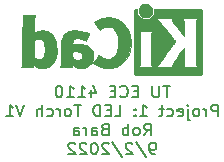
<source format=gbr>
%TF.GenerationSoftware,KiCad,Pcbnew,(6.0.7)*%
%TF.CreationDate,2022-09-02T10:13:45-04:00*%
%TF.ProjectId,proj_1,70726f6a-5f31-42e6-9b69-6361645f7063,V1*%
%TF.SameCoordinates,Original*%
%TF.FileFunction,Legend,Bot*%
%TF.FilePolarity,Positive*%
%FSLAX46Y46*%
G04 Gerber Fmt 4.6, Leading zero omitted, Abs format (unit mm)*
G04 Created by KiCad (PCBNEW (6.0.7)) date 2022-09-02 10:13:45*
%MOMM*%
%LPD*%
G01*
G04 APERTURE LIST*
%ADD10C,0.150000*%
%ADD11C,0.010000*%
G04 APERTURE END LIST*
D10*
X158200952Y-102227380D02*
X157629523Y-102227380D01*
X157915238Y-103227380D02*
X157915238Y-102227380D01*
X157296190Y-102227380D02*
X157296190Y-103036904D01*
X157248571Y-103132142D01*
X157200952Y-103179761D01*
X157105714Y-103227380D01*
X156915238Y-103227380D01*
X156820000Y-103179761D01*
X156772380Y-103132142D01*
X156724761Y-103036904D01*
X156724761Y-102227380D01*
X155486666Y-102703571D02*
X155153333Y-102703571D01*
X155010476Y-103227380D02*
X155486666Y-103227380D01*
X155486666Y-102227380D01*
X155010476Y-102227380D01*
X154010476Y-103132142D02*
X154058095Y-103179761D01*
X154200952Y-103227380D01*
X154296190Y-103227380D01*
X154439047Y-103179761D01*
X154534285Y-103084523D01*
X154581904Y-102989285D01*
X154629523Y-102798809D01*
X154629523Y-102655952D01*
X154581904Y-102465476D01*
X154534285Y-102370238D01*
X154439047Y-102275000D01*
X154296190Y-102227380D01*
X154200952Y-102227380D01*
X154058095Y-102275000D01*
X154010476Y-102322619D01*
X153581904Y-102703571D02*
X153248571Y-102703571D01*
X153105714Y-103227380D02*
X153581904Y-103227380D01*
X153581904Y-102227380D01*
X153105714Y-102227380D01*
X151486666Y-102560714D02*
X151486666Y-103227380D01*
X151724761Y-102179761D02*
X151962857Y-102894047D01*
X151343809Y-102894047D01*
X150439047Y-103227380D02*
X151010476Y-103227380D01*
X150724761Y-103227380D02*
X150724761Y-102227380D01*
X150820000Y-102370238D01*
X150915238Y-102465476D01*
X151010476Y-102513095D01*
X149486666Y-103227380D02*
X150058095Y-103227380D01*
X149772380Y-103227380D02*
X149772380Y-102227380D01*
X149867619Y-102370238D01*
X149962857Y-102465476D01*
X150058095Y-102513095D01*
X148867619Y-102227380D02*
X148772380Y-102227380D01*
X148677142Y-102275000D01*
X148629523Y-102322619D01*
X148581904Y-102417857D01*
X148534285Y-102608333D01*
X148534285Y-102846428D01*
X148581904Y-103036904D01*
X148629523Y-103132142D01*
X148677142Y-103179761D01*
X148772380Y-103227380D01*
X148867619Y-103227380D01*
X148962857Y-103179761D01*
X149010476Y-103132142D01*
X149058095Y-103036904D01*
X149105714Y-102846428D01*
X149105714Y-102608333D01*
X149058095Y-102417857D01*
X149010476Y-102322619D01*
X148962857Y-102275000D01*
X148867619Y-102227380D01*
X162248571Y-104837380D02*
X162248571Y-103837380D01*
X161867619Y-103837380D01*
X161772380Y-103885000D01*
X161724761Y-103932619D01*
X161677142Y-104027857D01*
X161677142Y-104170714D01*
X161724761Y-104265952D01*
X161772380Y-104313571D01*
X161867619Y-104361190D01*
X162248571Y-104361190D01*
X161248571Y-104837380D02*
X161248571Y-104170714D01*
X161248571Y-104361190D02*
X161200952Y-104265952D01*
X161153333Y-104218333D01*
X161058095Y-104170714D01*
X160962857Y-104170714D01*
X160486666Y-104837380D02*
X160581904Y-104789761D01*
X160629523Y-104742142D01*
X160677142Y-104646904D01*
X160677142Y-104361190D01*
X160629523Y-104265952D01*
X160581904Y-104218333D01*
X160486666Y-104170714D01*
X160343809Y-104170714D01*
X160248571Y-104218333D01*
X160200952Y-104265952D01*
X160153333Y-104361190D01*
X160153333Y-104646904D01*
X160200952Y-104742142D01*
X160248571Y-104789761D01*
X160343809Y-104837380D01*
X160486666Y-104837380D01*
X159724761Y-104170714D02*
X159724761Y-105027857D01*
X159772380Y-105123095D01*
X159867619Y-105170714D01*
X159915238Y-105170714D01*
X159724761Y-103837380D02*
X159772380Y-103885000D01*
X159724761Y-103932619D01*
X159677142Y-103885000D01*
X159724761Y-103837380D01*
X159724761Y-103932619D01*
X158867619Y-104789761D02*
X158962857Y-104837380D01*
X159153333Y-104837380D01*
X159248571Y-104789761D01*
X159296190Y-104694523D01*
X159296190Y-104313571D01*
X159248571Y-104218333D01*
X159153333Y-104170714D01*
X158962857Y-104170714D01*
X158867619Y-104218333D01*
X158820000Y-104313571D01*
X158820000Y-104408809D01*
X159296190Y-104504047D01*
X157962857Y-104789761D02*
X158058095Y-104837380D01*
X158248571Y-104837380D01*
X158343809Y-104789761D01*
X158391428Y-104742142D01*
X158439047Y-104646904D01*
X158439047Y-104361190D01*
X158391428Y-104265952D01*
X158343809Y-104218333D01*
X158248571Y-104170714D01*
X158058095Y-104170714D01*
X157962857Y-104218333D01*
X157677142Y-104170714D02*
X157296190Y-104170714D01*
X157534285Y-103837380D02*
X157534285Y-104694523D01*
X157486666Y-104789761D01*
X157391428Y-104837380D01*
X157296190Y-104837380D01*
X155677142Y-104837380D02*
X156248571Y-104837380D01*
X155962857Y-104837380D02*
X155962857Y-103837380D01*
X156058095Y-103980238D01*
X156153333Y-104075476D01*
X156248571Y-104123095D01*
X155248571Y-104742142D02*
X155200952Y-104789761D01*
X155248571Y-104837380D01*
X155296190Y-104789761D01*
X155248571Y-104742142D01*
X155248571Y-104837380D01*
X155248571Y-104218333D02*
X155200952Y-104265952D01*
X155248571Y-104313571D01*
X155296190Y-104265952D01*
X155248571Y-104218333D01*
X155248571Y-104313571D01*
X153534285Y-104837380D02*
X154010476Y-104837380D01*
X154010476Y-103837380D01*
X153200952Y-104313571D02*
X152867619Y-104313571D01*
X152724761Y-104837380D02*
X153200952Y-104837380D01*
X153200952Y-103837380D01*
X152724761Y-103837380D01*
X152296190Y-104837380D02*
X152296190Y-103837380D01*
X152058095Y-103837380D01*
X151915238Y-103885000D01*
X151820000Y-103980238D01*
X151772380Y-104075476D01*
X151724761Y-104265952D01*
X151724761Y-104408809D01*
X151772380Y-104599285D01*
X151820000Y-104694523D01*
X151915238Y-104789761D01*
X152058095Y-104837380D01*
X152296190Y-104837380D01*
X150677142Y-103837380D02*
X150105714Y-103837380D01*
X150391428Y-104837380D02*
X150391428Y-103837380D01*
X149629523Y-104837380D02*
X149724761Y-104789761D01*
X149772380Y-104742142D01*
X149820000Y-104646904D01*
X149820000Y-104361190D01*
X149772380Y-104265952D01*
X149724761Y-104218333D01*
X149629523Y-104170714D01*
X149486666Y-104170714D01*
X149391428Y-104218333D01*
X149343809Y-104265952D01*
X149296190Y-104361190D01*
X149296190Y-104646904D01*
X149343809Y-104742142D01*
X149391428Y-104789761D01*
X149486666Y-104837380D01*
X149629523Y-104837380D01*
X148867619Y-104837380D02*
X148867619Y-104170714D01*
X148867619Y-104361190D02*
X148820000Y-104265952D01*
X148772380Y-104218333D01*
X148677142Y-104170714D01*
X148581904Y-104170714D01*
X147820000Y-104789761D02*
X147915238Y-104837380D01*
X148105714Y-104837380D01*
X148200952Y-104789761D01*
X148248571Y-104742142D01*
X148296190Y-104646904D01*
X148296190Y-104361190D01*
X148248571Y-104265952D01*
X148200952Y-104218333D01*
X148105714Y-104170714D01*
X147915238Y-104170714D01*
X147820000Y-104218333D01*
X147391428Y-104837380D02*
X147391428Y-103837380D01*
X146962857Y-104837380D02*
X146962857Y-104313571D01*
X147010476Y-104218333D01*
X147105714Y-104170714D01*
X147248571Y-104170714D01*
X147343809Y-104218333D01*
X147391428Y-104265952D01*
X145867619Y-103837380D02*
X145534285Y-104837380D01*
X145200952Y-103837380D01*
X144343809Y-104837380D02*
X144915238Y-104837380D01*
X144629523Y-104837380D02*
X144629523Y-103837380D01*
X144724761Y-103980238D01*
X144820000Y-104075476D01*
X144915238Y-104123095D01*
X156010476Y-106447380D02*
X156343809Y-105971190D01*
X156581904Y-106447380D02*
X156581904Y-105447380D01*
X156200952Y-105447380D01*
X156105714Y-105495000D01*
X156058095Y-105542619D01*
X156010476Y-105637857D01*
X156010476Y-105780714D01*
X156058095Y-105875952D01*
X156105714Y-105923571D01*
X156200952Y-105971190D01*
X156581904Y-105971190D01*
X155439047Y-106447380D02*
X155534285Y-106399761D01*
X155581904Y-106352142D01*
X155629523Y-106256904D01*
X155629523Y-105971190D01*
X155581904Y-105875952D01*
X155534285Y-105828333D01*
X155439047Y-105780714D01*
X155296190Y-105780714D01*
X155200952Y-105828333D01*
X155153333Y-105875952D01*
X155105714Y-105971190D01*
X155105714Y-106256904D01*
X155153333Y-106352142D01*
X155200952Y-106399761D01*
X155296190Y-106447380D01*
X155439047Y-106447380D01*
X154677142Y-106447380D02*
X154677142Y-105447380D01*
X154677142Y-105828333D02*
X154581904Y-105780714D01*
X154391428Y-105780714D01*
X154296190Y-105828333D01*
X154248571Y-105875952D01*
X154200952Y-105971190D01*
X154200952Y-106256904D01*
X154248571Y-106352142D01*
X154296190Y-106399761D01*
X154391428Y-106447380D01*
X154581904Y-106447380D01*
X154677142Y-106399761D01*
X152677142Y-105923571D02*
X152534285Y-105971190D01*
X152486666Y-106018809D01*
X152439047Y-106114047D01*
X152439047Y-106256904D01*
X152486666Y-106352142D01*
X152534285Y-106399761D01*
X152629523Y-106447380D01*
X153010476Y-106447380D01*
X153010476Y-105447380D01*
X152677142Y-105447380D01*
X152581904Y-105495000D01*
X152534285Y-105542619D01*
X152486666Y-105637857D01*
X152486666Y-105733095D01*
X152534285Y-105828333D01*
X152581904Y-105875952D01*
X152677142Y-105923571D01*
X153010476Y-105923571D01*
X151581904Y-106447380D02*
X151581904Y-105923571D01*
X151629523Y-105828333D01*
X151724761Y-105780714D01*
X151915238Y-105780714D01*
X152010476Y-105828333D01*
X151581904Y-106399761D02*
X151677142Y-106447380D01*
X151915238Y-106447380D01*
X152010476Y-106399761D01*
X152058095Y-106304523D01*
X152058095Y-106209285D01*
X152010476Y-106114047D01*
X151915238Y-106066428D01*
X151677142Y-106066428D01*
X151581904Y-106018809D01*
X151105714Y-106447380D02*
X151105714Y-105780714D01*
X151105714Y-105971190D02*
X151058095Y-105875952D01*
X151010476Y-105828333D01*
X150915238Y-105780714D01*
X150820000Y-105780714D01*
X150058095Y-106447380D02*
X150058095Y-105923571D01*
X150105714Y-105828333D01*
X150200952Y-105780714D01*
X150391428Y-105780714D01*
X150486666Y-105828333D01*
X150058095Y-106399761D02*
X150153333Y-106447380D01*
X150391428Y-106447380D01*
X150486666Y-106399761D01*
X150534285Y-106304523D01*
X150534285Y-106209285D01*
X150486666Y-106114047D01*
X150391428Y-106066428D01*
X150153333Y-106066428D01*
X150058095Y-106018809D01*
X156939047Y-108057380D02*
X156748571Y-108057380D01*
X156653333Y-108009761D01*
X156605714Y-107962142D01*
X156510476Y-107819285D01*
X156462857Y-107628809D01*
X156462857Y-107247857D01*
X156510476Y-107152619D01*
X156558095Y-107105000D01*
X156653333Y-107057380D01*
X156843809Y-107057380D01*
X156939047Y-107105000D01*
X156986666Y-107152619D01*
X157034285Y-107247857D01*
X157034285Y-107485952D01*
X156986666Y-107581190D01*
X156939047Y-107628809D01*
X156843809Y-107676428D01*
X156653333Y-107676428D01*
X156558095Y-107628809D01*
X156510476Y-107581190D01*
X156462857Y-107485952D01*
X155320000Y-107009761D02*
X156177142Y-108295476D01*
X155034285Y-107152619D02*
X154986666Y-107105000D01*
X154891428Y-107057380D01*
X154653333Y-107057380D01*
X154558095Y-107105000D01*
X154510476Y-107152619D01*
X154462857Y-107247857D01*
X154462857Y-107343095D01*
X154510476Y-107485952D01*
X155081904Y-108057380D01*
X154462857Y-108057380D01*
X153320000Y-107009761D02*
X154177142Y-108295476D01*
X153034285Y-107152619D02*
X152986666Y-107105000D01*
X152891428Y-107057380D01*
X152653333Y-107057380D01*
X152558095Y-107105000D01*
X152510476Y-107152619D01*
X152462857Y-107247857D01*
X152462857Y-107343095D01*
X152510476Y-107485952D01*
X153081904Y-108057380D01*
X152462857Y-108057380D01*
X151843809Y-107057380D02*
X151748571Y-107057380D01*
X151653333Y-107105000D01*
X151605714Y-107152619D01*
X151558095Y-107247857D01*
X151510476Y-107438333D01*
X151510476Y-107676428D01*
X151558095Y-107866904D01*
X151605714Y-107962142D01*
X151653333Y-108009761D01*
X151748571Y-108057380D01*
X151843809Y-108057380D01*
X151939047Y-108009761D01*
X151986666Y-107962142D01*
X152034285Y-107866904D01*
X152081904Y-107676428D01*
X152081904Y-107438333D01*
X152034285Y-107247857D01*
X151986666Y-107152619D01*
X151939047Y-107105000D01*
X151843809Y-107057380D01*
X151129523Y-107152619D02*
X151081904Y-107105000D01*
X150986666Y-107057380D01*
X150748571Y-107057380D01*
X150653333Y-107105000D01*
X150605714Y-107152619D01*
X150558095Y-107247857D01*
X150558095Y-107343095D01*
X150605714Y-107485952D01*
X151177142Y-108057380D01*
X150558095Y-108057380D01*
X150177142Y-107152619D02*
X150129523Y-107105000D01*
X150034285Y-107057380D01*
X149796190Y-107057380D01*
X149700952Y-107105000D01*
X149653333Y-107152619D01*
X149605714Y-107247857D01*
X149605714Y-107343095D01*
X149653333Y-107485952D01*
X150224761Y-108057380D01*
X149605714Y-108057380D01*
%TO.C,REF\u002A\u002A*%
G36*
X153098847Y-96448078D02*
G01*
X153283348Y-96465015D01*
X153454749Y-96499174D01*
X153619427Y-96551991D01*
X153783756Y-96624905D01*
X153946424Y-96718001D01*
X154120999Y-96844914D01*
X154282888Y-96991650D01*
X154428528Y-97154576D01*
X154554352Y-97330059D01*
X154656797Y-97514468D01*
X154666096Y-97534196D01*
X154743973Y-97724613D01*
X154803148Y-97922477D01*
X154844387Y-98131570D01*
X154868452Y-98355670D01*
X154876111Y-98598559D01*
X154866799Y-98849643D01*
X154837244Y-99096912D01*
X154786987Y-99328383D01*
X154715577Y-99545699D01*
X154622566Y-99750502D01*
X154507504Y-99944433D01*
X154399422Y-100092594D01*
X154250184Y-100259300D01*
X154087521Y-100402089D01*
X153911505Y-100520914D01*
X153722207Y-100615729D01*
X153519697Y-100686487D01*
X153304048Y-100733142D01*
X153301587Y-100733505D01*
X153260058Y-100737149D01*
X153197388Y-100739852D01*
X153119373Y-100741487D01*
X153031808Y-100741930D01*
X152940487Y-100741052D01*
X152876484Y-100739767D01*
X152781523Y-100736790D01*
X152705428Y-100732528D01*
X152642712Y-100726526D01*
X152587885Y-100718329D01*
X152535460Y-100707482D01*
X152476477Y-100693465D01*
X152414940Y-100677503D01*
X152359286Y-100660758D01*
X152304463Y-100641268D01*
X152245422Y-100617073D01*
X152177111Y-100586210D01*
X152094478Y-100546719D01*
X151992473Y-100496639D01*
X151710352Y-100357215D01*
X151936313Y-99986067D01*
X151965896Y-99937490D01*
X152019043Y-99850289D01*
X152066614Y-99772331D01*
X152106868Y-99706458D01*
X152138068Y-99655516D01*
X152158476Y-99622347D01*
X152166352Y-99609795D01*
X152168542Y-99610170D01*
X152186188Y-99622454D01*
X152217189Y-99647947D01*
X152256647Y-99682694D01*
X152326920Y-99742729D01*
X152452371Y-99831506D01*
X152574089Y-99893394D01*
X152662045Y-99924300D01*
X152810817Y-99955885D01*
X152956989Y-99961484D01*
X153098443Y-99941477D01*
X153233058Y-99896246D01*
X153358714Y-99826173D01*
X153473293Y-99731639D01*
X153537049Y-99662011D01*
X153626867Y-99533224D01*
X153700567Y-99383773D01*
X153758501Y-99212892D01*
X153801021Y-99019817D01*
X153802951Y-99007831D01*
X153811863Y-98930143D01*
X153818497Y-98833617D01*
X153822800Y-98724849D01*
X153824719Y-98610434D01*
X153824198Y-98496968D01*
X153821185Y-98391046D01*
X153815626Y-98299263D01*
X153807467Y-98228217D01*
X153776194Y-98067280D01*
X153723574Y-97879286D01*
X153657395Y-97714700D01*
X153577747Y-97573649D01*
X153484717Y-97456260D01*
X153378394Y-97362663D01*
X153258867Y-97292982D01*
X153126224Y-97247347D01*
X153096795Y-97241683D01*
X153023044Y-97234288D01*
X152936856Y-97231874D01*
X152847884Y-97234308D01*
X152765786Y-97241460D01*
X152700217Y-97253195D01*
X152590986Y-97290561D01*
X152464227Y-97358778D01*
X152351358Y-97448550D01*
X152331437Y-97467461D01*
X152295340Y-97500918D01*
X152269829Y-97523438D01*
X152259464Y-97530928D01*
X152256913Y-97527346D01*
X152241206Y-97504723D01*
X152212832Y-97463647D01*
X152173664Y-97406836D01*
X152125578Y-97337012D01*
X152070448Y-97256893D01*
X152010149Y-97169201D01*
X151763514Y-96810402D01*
X151818611Y-96793895D01*
X151824360Y-96792024D01*
X151861785Y-96777166D01*
X151915744Y-96753208D01*
X151979902Y-96723031D01*
X152047929Y-96689517D01*
X152077572Y-96674700D01*
X152242176Y-96598201D01*
X152393890Y-96539045D01*
X152538548Y-96495718D01*
X152681986Y-96466707D01*
X152830038Y-96450499D01*
X152988541Y-96445580D01*
X153098847Y-96448078D01*
G37*
D11*
X153098847Y-96448078D02*
X153283348Y-96465015D01*
X153454749Y-96499174D01*
X153619427Y-96551991D01*
X153783756Y-96624905D01*
X153946424Y-96718001D01*
X154120999Y-96844914D01*
X154282888Y-96991650D01*
X154428528Y-97154576D01*
X154554352Y-97330059D01*
X154656797Y-97514468D01*
X154666096Y-97534196D01*
X154743973Y-97724613D01*
X154803148Y-97922477D01*
X154844387Y-98131570D01*
X154868452Y-98355670D01*
X154876111Y-98598559D01*
X154866799Y-98849643D01*
X154837244Y-99096912D01*
X154786987Y-99328383D01*
X154715577Y-99545699D01*
X154622566Y-99750502D01*
X154507504Y-99944433D01*
X154399422Y-100092594D01*
X154250184Y-100259300D01*
X154087521Y-100402089D01*
X153911505Y-100520914D01*
X153722207Y-100615729D01*
X153519697Y-100686487D01*
X153304048Y-100733142D01*
X153301587Y-100733505D01*
X153260058Y-100737149D01*
X153197388Y-100739852D01*
X153119373Y-100741487D01*
X153031808Y-100741930D01*
X152940487Y-100741052D01*
X152876484Y-100739767D01*
X152781523Y-100736790D01*
X152705428Y-100732528D01*
X152642712Y-100726526D01*
X152587885Y-100718329D01*
X152535460Y-100707482D01*
X152476477Y-100693465D01*
X152414940Y-100677503D01*
X152359286Y-100660758D01*
X152304463Y-100641268D01*
X152245422Y-100617073D01*
X152177111Y-100586210D01*
X152094478Y-100546719D01*
X151992473Y-100496639D01*
X151710352Y-100357215D01*
X151936313Y-99986067D01*
X151965896Y-99937490D01*
X152019043Y-99850289D01*
X152066614Y-99772331D01*
X152106868Y-99706458D01*
X152138068Y-99655516D01*
X152158476Y-99622347D01*
X152166352Y-99609795D01*
X152168542Y-99610170D01*
X152186188Y-99622454D01*
X152217189Y-99647947D01*
X152256647Y-99682694D01*
X152326920Y-99742729D01*
X152452371Y-99831506D01*
X152574089Y-99893394D01*
X152662045Y-99924300D01*
X152810817Y-99955885D01*
X152956989Y-99961484D01*
X153098443Y-99941477D01*
X153233058Y-99896246D01*
X153358714Y-99826173D01*
X153473293Y-99731639D01*
X153537049Y-99662011D01*
X153626867Y-99533224D01*
X153700567Y-99383773D01*
X153758501Y-99212892D01*
X153801021Y-99019817D01*
X153802951Y-99007831D01*
X153811863Y-98930143D01*
X153818497Y-98833617D01*
X153822800Y-98724849D01*
X153824719Y-98610434D01*
X153824198Y-98496968D01*
X153821185Y-98391046D01*
X153815626Y-98299263D01*
X153807467Y-98228217D01*
X153776194Y-98067280D01*
X153723574Y-97879286D01*
X153657395Y-97714700D01*
X153577747Y-97573649D01*
X153484717Y-97456260D01*
X153378394Y-97362663D01*
X153258867Y-97292982D01*
X153126224Y-97247347D01*
X153096795Y-97241683D01*
X153023044Y-97234288D01*
X152936856Y-97231874D01*
X152847884Y-97234308D01*
X152765786Y-97241460D01*
X152700217Y-97253195D01*
X152590986Y-97290561D01*
X152464227Y-97358778D01*
X152351358Y-97448550D01*
X152331437Y-97467461D01*
X152295340Y-97500918D01*
X152269829Y-97523438D01*
X152259464Y-97530928D01*
X152256913Y-97527346D01*
X152241206Y-97504723D01*
X152212832Y-97463647D01*
X152173664Y-97406836D01*
X152125578Y-97337012D01*
X152070448Y-97256893D01*
X152010149Y-97169201D01*
X151763514Y-96810402D01*
X151818611Y-96793895D01*
X151824360Y-96792024D01*
X151861785Y-96777166D01*
X151915744Y-96753208D01*
X151979902Y-96723031D01*
X152047929Y-96689517D01*
X152077572Y-96674700D01*
X152242176Y-96598201D01*
X152393890Y-96539045D01*
X152538548Y-96495718D01*
X152681986Y-96466707D01*
X152830038Y-96450499D01*
X152988541Y-96445580D01*
X153098847Y-96448078D01*
G36*
X156211012Y-95316581D02*
G01*
X156316536Y-95342436D01*
X156416560Y-95388841D01*
X156507934Y-95455803D01*
X156587505Y-95543328D01*
X156652120Y-95651426D01*
X156669443Y-95689506D01*
X156683477Y-95728103D01*
X156691352Y-95766689D01*
X156694803Y-95814415D01*
X156695568Y-95880433D01*
X156695105Y-95935381D01*
X156692319Y-95985880D01*
X156685487Y-96025280D01*
X156672904Y-96062628D01*
X156652864Y-96106973D01*
X156647066Y-96118791D01*
X156578545Y-96227001D01*
X156492365Y-96316033D01*
X156390972Y-96383797D01*
X156276811Y-96428206D01*
X156218234Y-96440598D01*
X156099399Y-96446397D01*
X155984300Y-96427634D01*
X155876312Y-96386232D01*
X155778809Y-96324115D01*
X155695168Y-96243207D01*
X155628763Y-96145432D01*
X155582969Y-96032714D01*
X155566214Y-95940471D01*
X155564705Y-95838677D01*
X155578332Y-95739660D01*
X155606445Y-95653892D01*
X155638930Y-95592573D01*
X155711247Y-95495288D01*
X155796978Y-95418507D01*
X155892973Y-95362238D01*
X155996079Y-95326490D01*
X156103142Y-95311268D01*
X156211012Y-95316581D01*
G37*
X156211012Y-95316581D02*
X156316536Y-95342436D01*
X156416560Y-95388841D01*
X156507934Y-95455803D01*
X156587505Y-95543328D01*
X156652120Y-95651426D01*
X156669443Y-95689506D01*
X156683477Y-95728103D01*
X156691352Y-95766689D01*
X156694803Y-95814415D01*
X156695568Y-95880433D01*
X156695105Y-95935381D01*
X156692319Y-95985880D01*
X156685487Y-96025280D01*
X156672904Y-96062628D01*
X156652864Y-96106973D01*
X156647066Y-96118791D01*
X156578545Y-96227001D01*
X156492365Y-96316033D01*
X156390972Y-96383797D01*
X156276811Y-96428206D01*
X156218234Y-96440598D01*
X156099399Y-96446397D01*
X155984300Y-96427634D01*
X155876312Y-96386232D01*
X155778809Y-96324115D01*
X155695168Y-96243207D01*
X155628763Y-96145432D01*
X155582969Y-96032714D01*
X155566214Y-95940471D01*
X155564705Y-95838677D01*
X155578332Y-95739660D01*
X155606445Y-95653892D01*
X155638930Y-95592573D01*
X155711247Y-95495288D01*
X155796978Y-95418507D01*
X155892973Y-95362238D01*
X155996079Y-95326490D01*
X156103142Y-95311268D01*
X156211012Y-95316581D01*
G36*
X160926532Y-100826310D02*
G01*
X160924777Y-100918024D01*
X160922646Y-100996117D01*
X160920102Y-101061724D01*
X160917111Y-101115981D01*
X160913635Y-101160023D01*
X160909640Y-101194985D01*
X160905089Y-101222003D01*
X160899947Y-101242212D01*
X160894179Y-101256747D01*
X160887748Y-101266744D01*
X160880619Y-101273338D01*
X160872755Y-101277665D01*
X160864122Y-101280859D01*
X160854684Y-101284056D01*
X160844404Y-101288391D01*
X160838620Y-101290563D01*
X160828010Y-101292936D01*
X160812245Y-101295110D01*
X160790210Y-101297093D01*
X160760790Y-101298896D01*
X160722869Y-101300525D01*
X160675332Y-101301991D01*
X160617064Y-101303301D01*
X160546950Y-101304465D01*
X160463874Y-101305491D01*
X160366721Y-101306388D01*
X160254376Y-101307165D01*
X160125725Y-101307830D01*
X159979650Y-101308392D01*
X159815038Y-101308860D01*
X159630773Y-101309242D01*
X159425740Y-101309548D01*
X159198824Y-101309785D01*
X158948909Y-101309963D01*
X158674881Y-101310091D01*
X158375623Y-101310176D01*
X158050021Y-101310228D01*
X157946839Y-101310238D01*
X157628303Y-101310245D01*
X157335787Y-101310205D01*
X157068188Y-101310110D01*
X156824404Y-101309953D01*
X156603332Y-101309725D01*
X156403872Y-101309419D01*
X156224921Y-101309025D01*
X156065376Y-101308538D01*
X155924136Y-101307947D01*
X155800099Y-101307247D01*
X155692163Y-101306427D01*
X155599226Y-101305481D01*
X155520185Y-101304400D01*
X155453939Y-101303177D01*
X155399385Y-101301803D01*
X155355422Y-101300271D01*
X155320947Y-101298572D01*
X155294859Y-101296698D01*
X155276056Y-101294642D01*
X155263435Y-101292396D01*
X155255894Y-101289950D01*
X155253495Y-101288862D01*
X155243673Y-101285287D01*
X155234666Y-101282676D01*
X155226437Y-101279893D01*
X155218950Y-101275800D01*
X155212168Y-101269260D01*
X155206055Y-101259137D01*
X155200575Y-101244293D01*
X155195690Y-101223591D01*
X155191364Y-101195895D01*
X155187561Y-101160068D01*
X155184244Y-101114973D01*
X155181376Y-101059472D01*
X155178922Y-100992429D01*
X155176844Y-100912707D01*
X155175107Y-100819170D01*
X155173673Y-100710679D01*
X155173202Y-100660440D01*
X155535255Y-100660440D01*
X155535652Y-100665251D01*
X155542935Y-100669150D01*
X155559389Y-100672232D01*
X155587301Y-100674594D01*
X155628957Y-100676330D01*
X155686642Y-100677536D01*
X155762642Y-100678308D01*
X155859244Y-100678741D01*
X155978734Y-100678931D01*
X156123396Y-100678973D01*
X156729373Y-100678973D01*
X156678146Y-100586298D01*
X156626919Y-100493622D01*
X156626919Y-97802595D01*
X156678146Y-97709919D01*
X156729373Y-97617244D01*
X155646211Y-97617244D01*
X155638379Y-100466162D01*
X155599981Y-100548168D01*
X155579736Y-100588815D01*
X155556813Y-100629532D01*
X155539501Y-100654574D01*
X155539458Y-100654622D01*
X155535255Y-100660440D01*
X155173202Y-100660440D01*
X155172506Y-100586098D01*
X155171570Y-100444290D01*
X155170828Y-100284119D01*
X155170243Y-100104447D01*
X155169779Y-99904137D01*
X155169400Y-99682052D01*
X155169069Y-99437056D01*
X155168749Y-99168012D01*
X155168404Y-98873782D01*
X155167998Y-98553230D01*
X155167945Y-98514424D01*
X155167492Y-98195903D01*
X155167059Y-97903572D01*
X155166677Y-97636293D01*
X155166380Y-97392929D01*
X155166198Y-97172342D01*
X155166165Y-96973395D01*
X155166311Y-96794950D01*
X155166670Y-96635871D01*
X155167274Y-96495019D01*
X155168154Y-96371257D01*
X155169342Y-96263447D01*
X155170871Y-96170453D01*
X155172772Y-96091137D01*
X155175078Y-96024360D01*
X155177821Y-95968987D01*
X155181032Y-95923879D01*
X155184745Y-95887899D01*
X155188990Y-95859909D01*
X155193801Y-95838772D01*
X155199208Y-95823351D01*
X155205245Y-95812508D01*
X155211943Y-95805106D01*
X155219335Y-95800007D01*
X155227451Y-95796073D01*
X155236325Y-95792168D01*
X155245989Y-95787154D01*
X155248817Y-95785556D01*
X155291604Y-95770089D01*
X155338443Y-95763732D01*
X155391244Y-95763734D01*
X155392124Y-95883867D01*
X155392347Y-95897692D01*
X155409129Y-96038215D01*
X155451873Y-96170435D01*
X155519983Y-96292952D01*
X155612868Y-96404363D01*
X155662712Y-96449803D01*
X155773695Y-96525120D01*
X155894788Y-96577643D01*
X156022465Y-96607342D01*
X156153197Y-96614190D01*
X156283460Y-96598159D01*
X156409725Y-96559221D01*
X156513522Y-96505135D01*
X156972907Y-96505135D01*
X157033319Y-96548599D01*
X157084410Y-96589448D01*
X157156403Y-96656076D01*
X157238060Y-96739580D01*
X157326290Y-96836778D01*
X157418000Y-96944487D01*
X157441617Y-96973290D01*
X157481827Y-97022692D01*
X157534387Y-97087505D01*
X157597556Y-97165566D01*
X157669592Y-97254711D01*
X157748754Y-97352778D01*
X157833302Y-97457604D01*
X157921493Y-97567024D01*
X157961944Y-97617244D01*
X158011586Y-97678876D01*
X158101840Y-97790997D01*
X158190515Y-97901224D01*
X158275868Y-98007392D01*
X158356158Y-98107340D01*
X158429644Y-98198903D01*
X158494585Y-98279919D01*
X158549240Y-98348224D01*
X158591866Y-98401655D01*
X158620724Y-98438048D01*
X158634071Y-98455242D01*
X158635173Y-98461703D01*
X158631508Y-98473992D01*
X158622013Y-98493325D01*
X158605738Y-98521074D01*
X158581736Y-98558610D01*
X158549060Y-98607304D01*
X158506761Y-98668529D01*
X158453891Y-98743654D01*
X158389503Y-98834052D01*
X158312648Y-98941094D01*
X158222380Y-99066152D01*
X158117749Y-99210596D01*
X157997809Y-99375798D01*
X157902242Y-99507297D01*
X157785648Y-99667605D01*
X157683088Y-99808387D01*
X157593369Y-99931204D01*
X157515300Y-100037619D01*
X157447688Y-100129195D01*
X157389338Y-100207494D01*
X157339060Y-100274079D01*
X157295661Y-100330511D01*
X157257946Y-100378354D01*
X157224725Y-100419169D01*
X157194803Y-100454520D01*
X157166989Y-100485968D01*
X157140090Y-100515076D01*
X157112913Y-100543406D01*
X157084265Y-100572522D01*
X156978692Y-100678973D01*
X158398054Y-100679031D01*
X158393595Y-100593019D01*
X158393379Y-100588697D01*
X158392532Y-100554313D01*
X158394137Y-100521368D01*
X158399266Y-100488058D01*
X158408993Y-100452578D01*
X158424391Y-100413125D01*
X158446534Y-100367893D01*
X158476495Y-100315077D01*
X158515348Y-100252874D01*
X158564166Y-100179477D01*
X158624022Y-100093084D01*
X158695990Y-99991890D01*
X158781143Y-99874088D01*
X158880554Y-99737876D01*
X158995298Y-99581449D01*
X159400325Y-99030041D01*
X159403893Y-99669382D01*
X159404209Y-99729020D01*
X159404767Y-99889657D01*
X159404513Y-100026289D01*
X159403150Y-100141502D01*
X159400377Y-100237883D01*
X159395898Y-100318016D01*
X159389413Y-100384487D01*
X159380623Y-100439883D01*
X159369230Y-100486788D01*
X159354935Y-100527788D01*
X159337440Y-100565469D01*
X159316447Y-100602417D01*
X159291655Y-100641217D01*
X159266734Y-100678973D01*
X160561884Y-100678973D01*
X160528429Y-100634352D01*
X160523190Y-100627293D01*
X160481302Y-100562594D01*
X160452427Y-100497190D01*
X160433466Y-100422248D01*
X160421321Y-100328933D01*
X160420987Y-100324865D01*
X160419225Y-100286375D01*
X160417633Y-100222156D01*
X160416220Y-100133676D01*
X160414992Y-100022403D01*
X160413956Y-99889803D01*
X160413118Y-99737345D01*
X160412486Y-99566496D01*
X160412067Y-99378722D01*
X160411868Y-99175493D01*
X160411895Y-98958274D01*
X160412155Y-98728535D01*
X160412655Y-98487741D01*
X160413185Y-98271748D01*
X160413752Y-98036635D01*
X160414311Y-97826279D01*
X160414930Y-97639206D01*
X160415681Y-97473942D01*
X160416634Y-97329013D01*
X160417858Y-97202947D01*
X160419423Y-97094268D01*
X160421401Y-97001504D01*
X160423860Y-96923180D01*
X160426871Y-96857822D01*
X160430504Y-96803958D01*
X160434829Y-96760113D01*
X160439916Y-96724813D01*
X160445835Y-96696585D01*
X160452657Y-96673955D01*
X160460451Y-96655449D01*
X160469288Y-96639594D01*
X160479237Y-96624915D01*
X160490369Y-96609940D01*
X160502754Y-96593193D01*
X160514732Y-96576412D01*
X160537885Y-96543231D01*
X160551753Y-96522298D01*
X160552088Y-96521421D01*
X160547246Y-96517462D01*
X160530157Y-96514159D01*
X160498921Y-96511461D01*
X160451635Y-96509317D01*
X160386398Y-96507676D01*
X160301310Y-96506489D01*
X160194467Y-96505703D01*
X160063969Y-96505269D01*
X159907914Y-96505135D01*
X159253722Y-96505135D01*
X159288200Y-96546110D01*
X159308182Y-96574253D01*
X159341443Y-96640608D01*
X159370591Y-96723135D01*
X159392838Y-96814679D01*
X159394256Y-96823369D01*
X159398474Y-96869183D01*
X159401669Y-96939989D01*
X159403849Y-97036275D01*
X159405021Y-97158532D01*
X159405195Y-97307251D01*
X159404378Y-97482922D01*
X159400325Y-98069412D01*
X158981568Y-97539859D01*
X158969574Y-97524690D01*
X158863381Y-97390255D01*
X158772721Y-97275124D01*
X158696151Y-97177339D01*
X158632227Y-97094943D01*
X158579507Y-97025978D01*
X158536549Y-96968486D01*
X158501909Y-96920510D01*
X158474145Y-96880093D01*
X158451814Y-96845276D01*
X158433472Y-96814103D01*
X158417678Y-96784615D01*
X158402988Y-96754855D01*
X158380390Y-96702177D01*
X158365791Y-96646606D01*
X158361908Y-96586666D01*
X158362298Y-96505135D01*
X156972907Y-96505135D01*
X156513522Y-96505135D01*
X156528466Y-96497348D01*
X156636157Y-96412511D01*
X156666094Y-96382602D01*
X156754577Y-96271862D01*
X156817364Y-96151684D01*
X156854789Y-96021291D01*
X156867189Y-95879910D01*
X156867189Y-95763730D01*
X158838088Y-95763730D01*
X158961220Y-95763725D01*
X159225743Y-95763689D01*
X159464702Y-95763663D01*
X159679418Y-95763699D01*
X159871213Y-95763849D01*
X160041407Y-95764166D01*
X160191323Y-95764702D01*
X160322282Y-95765508D01*
X160435605Y-95766638D01*
X160532614Y-95768144D01*
X160614629Y-95770077D01*
X160682974Y-95772491D01*
X160738968Y-95775436D01*
X160783933Y-95778966D01*
X160819191Y-95783133D01*
X160846063Y-95787989D01*
X160865871Y-95793586D01*
X160879935Y-95799976D01*
X160889578Y-95807212D01*
X160896121Y-95815346D01*
X160900885Y-95824431D01*
X160905192Y-95834518D01*
X160910363Y-95845659D01*
X160910455Y-95845841D01*
X160912966Y-95853134D01*
X160915268Y-95865347D01*
X160917372Y-95883605D01*
X160919286Y-95909037D01*
X160921018Y-95942769D01*
X160922578Y-95985928D01*
X160923973Y-96039641D01*
X160925213Y-96105035D01*
X160926307Y-96183238D01*
X160927263Y-96275376D01*
X160928090Y-96382576D01*
X160928797Y-96505966D01*
X160929393Y-96646671D01*
X160929885Y-96805820D01*
X160930284Y-96984540D01*
X160930597Y-97183957D01*
X160930833Y-97405198D01*
X160931002Y-97649390D01*
X160931112Y-97917661D01*
X160931172Y-98211137D01*
X160931189Y-98530946D01*
X160931190Y-98593773D01*
X160931220Y-98910249D01*
X160931267Y-99200615D01*
X160931295Y-99466007D01*
X160931267Y-99707560D01*
X160931150Y-99926410D01*
X160930905Y-100123691D01*
X160930498Y-100300539D01*
X160929893Y-100458090D01*
X160929054Y-100597479D01*
X160928315Y-100678973D01*
X160927945Y-100719840D01*
X160926532Y-100826310D01*
G37*
X160926532Y-100826310D02*
X160924777Y-100918024D01*
X160922646Y-100996117D01*
X160920102Y-101061724D01*
X160917111Y-101115981D01*
X160913635Y-101160023D01*
X160909640Y-101194985D01*
X160905089Y-101222003D01*
X160899947Y-101242212D01*
X160894179Y-101256747D01*
X160887748Y-101266744D01*
X160880619Y-101273338D01*
X160872755Y-101277665D01*
X160864122Y-101280859D01*
X160854684Y-101284056D01*
X160844404Y-101288391D01*
X160838620Y-101290563D01*
X160828010Y-101292936D01*
X160812245Y-101295110D01*
X160790210Y-101297093D01*
X160760790Y-101298896D01*
X160722869Y-101300525D01*
X160675332Y-101301991D01*
X160617064Y-101303301D01*
X160546950Y-101304465D01*
X160463874Y-101305491D01*
X160366721Y-101306388D01*
X160254376Y-101307165D01*
X160125725Y-101307830D01*
X159979650Y-101308392D01*
X159815038Y-101308860D01*
X159630773Y-101309242D01*
X159425740Y-101309548D01*
X159198824Y-101309785D01*
X158948909Y-101309963D01*
X158674881Y-101310091D01*
X158375623Y-101310176D01*
X158050021Y-101310228D01*
X157946839Y-101310238D01*
X157628303Y-101310245D01*
X157335787Y-101310205D01*
X157068188Y-101310110D01*
X156824404Y-101309953D01*
X156603332Y-101309725D01*
X156403872Y-101309419D01*
X156224921Y-101309025D01*
X156065376Y-101308538D01*
X155924136Y-101307947D01*
X155800099Y-101307247D01*
X155692163Y-101306427D01*
X155599226Y-101305481D01*
X155520185Y-101304400D01*
X155453939Y-101303177D01*
X155399385Y-101301803D01*
X155355422Y-101300271D01*
X155320947Y-101298572D01*
X155294859Y-101296698D01*
X155276056Y-101294642D01*
X155263435Y-101292396D01*
X155255894Y-101289950D01*
X155253495Y-101288862D01*
X155243673Y-101285287D01*
X155234666Y-101282676D01*
X155226437Y-101279893D01*
X155218950Y-101275800D01*
X155212168Y-101269260D01*
X155206055Y-101259137D01*
X155200575Y-101244293D01*
X155195690Y-101223591D01*
X155191364Y-101195895D01*
X155187561Y-101160068D01*
X155184244Y-101114973D01*
X155181376Y-101059472D01*
X155178922Y-100992429D01*
X155176844Y-100912707D01*
X155175107Y-100819170D01*
X155173673Y-100710679D01*
X155173202Y-100660440D01*
X155535255Y-100660440D01*
X155535652Y-100665251D01*
X155542935Y-100669150D01*
X155559389Y-100672232D01*
X155587301Y-100674594D01*
X155628957Y-100676330D01*
X155686642Y-100677536D01*
X155762642Y-100678308D01*
X155859244Y-100678741D01*
X155978734Y-100678931D01*
X156123396Y-100678973D01*
X156729373Y-100678973D01*
X156678146Y-100586298D01*
X156626919Y-100493622D01*
X156626919Y-97802595D01*
X156678146Y-97709919D01*
X156729373Y-97617244D01*
X155646211Y-97617244D01*
X155638379Y-100466162D01*
X155599981Y-100548168D01*
X155579736Y-100588815D01*
X155556813Y-100629532D01*
X155539501Y-100654574D01*
X155539458Y-100654622D01*
X155535255Y-100660440D01*
X155173202Y-100660440D01*
X155172506Y-100586098D01*
X155171570Y-100444290D01*
X155170828Y-100284119D01*
X155170243Y-100104447D01*
X155169779Y-99904137D01*
X155169400Y-99682052D01*
X155169069Y-99437056D01*
X155168749Y-99168012D01*
X155168404Y-98873782D01*
X155167998Y-98553230D01*
X155167945Y-98514424D01*
X155167492Y-98195903D01*
X155167059Y-97903572D01*
X155166677Y-97636293D01*
X155166380Y-97392929D01*
X155166198Y-97172342D01*
X155166165Y-96973395D01*
X155166311Y-96794950D01*
X155166670Y-96635871D01*
X155167274Y-96495019D01*
X155168154Y-96371257D01*
X155169342Y-96263447D01*
X155170871Y-96170453D01*
X155172772Y-96091137D01*
X155175078Y-96024360D01*
X155177821Y-95968987D01*
X155181032Y-95923879D01*
X155184745Y-95887899D01*
X155188990Y-95859909D01*
X155193801Y-95838772D01*
X155199208Y-95823351D01*
X155205245Y-95812508D01*
X155211943Y-95805106D01*
X155219335Y-95800007D01*
X155227451Y-95796073D01*
X155236325Y-95792168D01*
X155245989Y-95787154D01*
X155248817Y-95785556D01*
X155291604Y-95770089D01*
X155338443Y-95763732D01*
X155391244Y-95763734D01*
X155392124Y-95883867D01*
X155392347Y-95897692D01*
X155409129Y-96038215D01*
X155451873Y-96170435D01*
X155519983Y-96292952D01*
X155612868Y-96404363D01*
X155662712Y-96449803D01*
X155773695Y-96525120D01*
X155894788Y-96577643D01*
X156022465Y-96607342D01*
X156153197Y-96614190D01*
X156283460Y-96598159D01*
X156409725Y-96559221D01*
X156513522Y-96505135D01*
X156972907Y-96505135D01*
X157033319Y-96548599D01*
X157084410Y-96589448D01*
X157156403Y-96656076D01*
X157238060Y-96739580D01*
X157326290Y-96836778D01*
X157418000Y-96944487D01*
X157441617Y-96973290D01*
X157481827Y-97022692D01*
X157534387Y-97087505D01*
X157597556Y-97165566D01*
X157669592Y-97254711D01*
X157748754Y-97352778D01*
X157833302Y-97457604D01*
X157921493Y-97567024D01*
X157961944Y-97617244D01*
X158011586Y-97678876D01*
X158101840Y-97790997D01*
X158190515Y-97901224D01*
X158275868Y-98007392D01*
X158356158Y-98107340D01*
X158429644Y-98198903D01*
X158494585Y-98279919D01*
X158549240Y-98348224D01*
X158591866Y-98401655D01*
X158620724Y-98438048D01*
X158634071Y-98455242D01*
X158635173Y-98461703D01*
X158631508Y-98473992D01*
X158622013Y-98493325D01*
X158605738Y-98521074D01*
X158581736Y-98558610D01*
X158549060Y-98607304D01*
X158506761Y-98668529D01*
X158453891Y-98743654D01*
X158389503Y-98834052D01*
X158312648Y-98941094D01*
X158222380Y-99066152D01*
X158117749Y-99210596D01*
X157997809Y-99375798D01*
X157902242Y-99507297D01*
X157785648Y-99667605D01*
X157683088Y-99808387D01*
X157593369Y-99931204D01*
X157515300Y-100037619D01*
X157447688Y-100129195D01*
X157389338Y-100207494D01*
X157339060Y-100274079D01*
X157295661Y-100330511D01*
X157257946Y-100378354D01*
X157224725Y-100419169D01*
X157194803Y-100454520D01*
X157166989Y-100485968D01*
X157140090Y-100515076D01*
X157112913Y-100543406D01*
X157084265Y-100572522D01*
X156978692Y-100678973D01*
X158398054Y-100679031D01*
X158393595Y-100593019D01*
X158393379Y-100588697D01*
X158392532Y-100554313D01*
X158394137Y-100521368D01*
X158399266Y-100488058D01*
X158408993Y-100452578D01*
X158424391Y-100413125D01*
X158446534Y-100367893D01*
X158476495Y-100315077D01*
X158515348Y-100252874D01*
X158564166Y-100179477D01*
X158624022Y-100093084D01*
X158695990Y-99991890D01*
X158781143Y-99874088D01*
X158880554Y-99737876D01*
X158995298Y-99581449D01*
X159400325Y-99030041D01*
X159403893Y-99669382D01*
X159404209Y-99729020D01*
X159404767Y-99889657D01*
X159404513Y-100026289D01*
X159403150Y-100141502D01*
X159400377Y-100237883D01*
X159395898Y-100318016D01*
X159389413Y-100384487D01*
X159380623Y-100439883D01*
X159369230Y-100486788D01*
X159354935Y-100527788D01*
X159337440Y-100565469D01*
X159316447Y-100602417D01*
X159291655Y-100641217D01*
X159266734Y-100678973D01*
X160561884Y-100678973D01*
X160528429Y-100634352D01*
X160523190Y-100627293D01*
X160481302Y-100562594D01*
X160452427Y-100497190D01*
X160433466Y-100422248D01*
X160421321Y-100328933D01*
X160420987Y-100324865D01*
X160419225Y-100286375D01*
X160417633Y-100222156D01*
X160416220Y-100133676D01*
X160414992Y-100022403D01*
X160413956Y-99889803D01*
X160413118Y-99737345D01*
X160412486Y-99566496D01*
X160412067Y-99378722D01*
X160411868Y-99175493D01*
X160411895Y-98958274D01*
X160412155Y-98728535D01*
X160412655Y-98487741D01*
X160413185Y-98271748D01*
X160413752Y-98036635D01*
X160414311Y-97826279D01*
X160414930Y-97639206D01*
X160415681Y-97473942D01*
X160416634Y-97329013D01*
X160417858Y-97202947D01*
X160419423Y-97094268D01*
X160421401Y-97001504D01*
X160423860Y-96923180D01*
X160426871Y-96857822D01*
X160430504Y-96803958D01*
X160434829Y-96760113D01*
X160439916Y-96724813D01*
X160445835Y-96696585D01*
X160452657Y-96673955D01*
X160460451Y-96655449D01*
X160469288Y-96639594D01*
X160479237Y-96624915D01*
X160490369Y-96609940D01*
X160502754Y-96593193D01*
X160514732Y-96576412D01*
X160537885Y-96543231D01*
X160551753Y-96522298D01*
X160552088Y-96521421D01*
X160547246Y-96517462D01*
X160530157Y-96514159D01*
X160498921Y-96511461D01*
X160451635Y-96509317D01*
X160386398Y-96507676D01*
X160301310Y-96506489D01*
X160194467Y-96505703D01*
X160063969Y-96505269D01*
X159907914Y-96505135D01*
X159253722Y-96505135D01*
X159288200Y-96546110D01*
X159308182Y-96574253D01*
X159341443Y-96640608D01*
X159370591Y-96723135D01*
X159392838Y-96814679D01*
X159394256Y-96823369D01*
X159398474Y-96869183D01*
X159401669Y-96939989D01*
X159403849Y-97036275D01*
X159405021Y-97158532D01*
X159405195Y-97307251D01*
X159404378Y-97482922D01*
X159400325Y-98069412D01*
X158981568Y-97539859D01*
X158969574Y-97524690D01*
X158863381Y-97390255D01*
X158772721Y-97275124D01*
X158696151Y-97177339D01*
X158632227Y-97094943D01*
X158579507Y-97025978D01*
X158536549Y-96968486D01*
X158501909Y-96920510D01*
X158474145Y-96880093D01*
X158451814Y-96845276D01*
X158433472Y-96814103D01*
X158417678Y-96784615D01*
X158402988Y-96754855D01*
X158380390Y-96702177D01*
X158365791Y-96646606D01*
X158361908Y-96586666D01*
X158362298Y-96505135D01*
X156972907Y-96505135D01*
X156513522Y-96505135D01*
X156528466Y-96497348D01*
X156636157Y-96412511D01*
X156666094Y-96382602D01*
X156754577Y-96271862D01*
X156817364Y-96151684D01*
X156854789Y-96021291D01*
X156867189Y-95879910D01*
X156867189Y-95763730D01*
X158838088Y-95763730D01*
X158961220Y-95763725D01*
X159225743Y-95763689D01*
X159464702Y-95763663D01*
X159679418Y-95763699D01*
X159871213Y-95763849D01*
X160041407Y-95764166D01*
X160191323Y-95764702D01*
X160322282Y-95765508D01*
X160435605Y-95766638D01*
X160532614Y-95768144D01*
X160614629Y-95770077D01*
X160682974Y-95772491D01*
X160738968Y-95775436D01*
X160783933Y-95778966D01*
X160819191Y-95783133D01*
X160846063Y-95787989D01*
X160865871Y-95793586D01*
X160879935Y-95799976D01*
X160889578Y-95807212D01*
X160896121Y-95815346D01*
X160900885Y-95824431D01*
X160905192Y-95834518D01*
X160910363Y-95845659D01*
X160910455Y-95845841D01*
X160912966Y-95853134D01*
X160915268Y-95865347D01*
X160917372Y-95883605D01*
X160919286Y-95909037D01*
X160921018Y-95942769D01*
X160922578Y-95985928D01*
X160923973Y-96039641D01*
X160925213Y-96105035D01*
X160926307Y-96183238D01*
X160927263Y-96275376D01*
X160928090Y-96382576D01*
X160928797Y-96505966D01*
X160929393Y-96646671D01*
X160929885Y-96805820D01*
X160930284Y-96984540D01*
X160930597Y-97183957D01*
X160930833Y-97405198D01*
X160931002Y-97649390D01*
X160931112Y-97917661D01*
X160931172Y-98211137D01*
X160931189Y-98530946D01*
X160931190Y-98593773D01*
X160931220Y-98910249D01*
X160931267Y-99200615D01*
X160931295Y-99466007D01*
X160931267Y-99707560D01*
X160931150Y-99926410D01*
X160930905Y-100123691D01*
X160930498Y-100300539D01*
X160929893Y-100458090D01*
X160929054Y-100597479D01*
X160928315Y-100678973D01*
X160927945Y-100719840D01*
X160926532Y-100826310D01*
G36*
X151710962Y-99851736D02*
G01*
X151697635Y-99954739D01*
X151677526Y-100040541D01*
X151645440Y-100128818D01*
X151571063Y-100274299D01*
X151475994Y-100402295D01*
X151361218Y-100511933D01*
X151227719Y-100602342D01*
X151076480Y-100672648D01*
X150908487Y-100721981D01*
X150839983Y-100733108D01*
X150742093Y-100740841D01*
X150635484Y-100742580D01*
X150529065Y-100738465D01*
X150431745Y-100728637D01*
X150352433Y-100713236D01*
X150312579Y-100701110D01*
X150222063Y-100665626D01*
X150130052Y-100620575D01*
X150046038Y-100570843D01*
X149979515Y-100521316D01*
X149978697Y-100520601D01*
X149942243Y-100489692D01*
X149914196Y-100467683D01*
X149900569Y-100459298D01*
X149899079Y-100461300D01*
X149895708Y-100482926D01*
X149893365Y-100523260D01*
X149892487Y-100576000D01*
X149892487Y-100692703D01*
X149377622Y-100692703D01*
X149363916Y-100692701D01*
X149248965Y-100692500D01*
X149143464Y-100691999D01*
X149050414Y-100691237D01*
X148972817Y-100690249D01*
X148913674Y-100689074D01*
X148875986Y-100687749D01*
X148862757Y-100686311D01*
X148863065Y-100685054D01*
X148871720Y-100666501D01*
X148889863Y-100631645D01*
X148914244Y-100586770D01*
X148965730Y-100493622D01*
X148973279Y-99573981D01*
X149947406Y-99573981D01*
X149947789Y-99646640D01*
X149949644Y-99722985D01*
X149953279Y-99778168D01*
X149958958Y-99815782D01*
X149966946Y-99839421D01*
X149977222Y-99856301D01*
X150015918Y-99902317D01*
X150067765Y-99950221D01*
X150124592Y-99992904D01*
X150178225Y-100023253D01*
X150207982Y-100034389D01*
X150276499Y-100049216D01*
X150365988Y-100056796D01*
X150460338Y-100055648D01*
X150549934Y-100040056D01*
X150624718Y-100007846D01*
X150689421Y-99957567D01*
X150707622Y-99938970D01*
X150755011Y-99875546D01*
X150780652Y-99807184D01*
X150788352Y-99724925D01*
X150786266Y-99681467D01*
X150765635Y-99592005D01*
X150722295Y-99515219D01*
X150655457Y-99450243D01*
X150564331Y-99396215D01*
X150448128Y-99352270D01*
X150401281Y-99340738D01*
X150344568Y-99332842D01*
X150273195Y-99328457D01*
X150180811Y-99326982D01*
X150165804Y-99326983D01*
X150096689Y-99327827D01*
X150037320Y-99329866D01*
X149993600Y-99332833D01*
X149971433Y-99336461D01*
X149968882Y-99337639D01*
X149960635Y-99345035D01*
X149954794Y-99359899D01*
X149950955Y-99386227D01*
X149948713Y-99428018D01*
X149947665Y-99489270D01*
X149947406Y-99573981D01*
X148973279Y-99573981D01*
X148973676Y-99525676D01*
X148974857Y-99384695D01*
X148976509Y-99204893D01*
X148978243Y-99048799D01*
X148980200Y-98914205D01*
X148982519Y-98798905D01*
X148985340Y-98700689D01*
X148988804Y-98617352D01*
X148993050Y-98546685D01*
X148998220Y-98486480D01*
X149004452Y-98434531D01*
X149011887Y-98388630D01*
X149020666Y-98346569D01*
X149030927Y-98306141D01*
X149042813Y-98265137D01*
X149056461Y-98221352D01*
X149110230Y-98084085D01*
X149183865Y-97957222D01*
X149275566Y-97848608D01*
X149386175Y-97757674D01*
X149516530Y-97683853D01*
X149667471Y-97626575D01*
X149839837Y-97585273D01*
X150034469Y-97559378D01*
X150102495Y-97554229D01*
X150217062Y-97550464D01*
X150330616Y-97553854D01*
X150448473Y-97564972D01*
X150575950Y-97584388D01*
X150718363Y-97612674D01*
X150881027Y-97650403D01*
X150918627Y-97659532D01*
X151013049Y-97681996D01*
X151102543Y-97702679D01*
X151181681Y-97720361D01*
X151245036Y-97733820D01*
X151287180Y-97741833D01*
X151384414Y-97757803D01*
X151247716Y-98089118D01*
X151213523Y-98171840D01*
X151179885Y-98252896D01*
X151151023Y-98322101D01*
X151128355Y-98376068D01*
X151113297Y-98411412D01*
X151107267Y-98424746D01*
X151106319Y-98424937D01*
X151088844Y-98418984D01*
X151054483Y-98403728D01*
X151009434Y-98381883D01*
X150915802Y-98339343D01*
X150786958Y-98292830D01*
X150655086Y-98257210D01*
X150525344Y-98233378D01*
X150402889Y-98222227D01*
X150292877Y-98224654D01*
X150200465Y-98241552D01*
X150135969Y-98268364D01*
X150062720Y-98323310D01*
X150006333Y-98397852D01*
X149968421Y-98489695D01*
X149950599Y-98596547D01*
X149944323Y-98695027D01*
X150271945Y-98695924D01*
X150382432Y-98696851D01*
X150504638Y-98700141D01*
X150609035Y-98706351D01*
X150701024Y-98716084D01*
X150786004Y-98729943D01*
X150869377Y-98748533D01*
X150956541Y-98772458D01*
X151086960Y-98817996D01*
X151240360Y-98892988D01*
X151374988Y-98984847D01*
X151489516Y-99092280D01*
X151582616Y-99213995D01*
X151652961Y-99348701D01*
X151699223Y-99495105D01*
X151706468Y-99534536D01*
X151715756Y-99632133D01*
X151716926Y-99724925D01*
X151717128Y-99741034D01*
X151710962Y-99851736D01*
G37*
X151710962Y-99851736D02*
X151697635Y-99954739D01*
X151677526Y-100040541D01*
X151645440Y-100128818D01*
X151571063Y-100274299D01*
X151475994Y-100402295D01*
X151361218Y-100511933D01*
X151227719Y-100602342D01*
X151076480Y-100672648D01*
X150908487Y-100721981D01*
X150839983Y-100733108D01*
X150742093Y-100740841D01*
X150635484Y-100742580D01*
X150529065Y-100738465D01*
X150431745Y-100728637D01*
X150352433Y-100713236D01*
X150312579Y-100701110D01*
X150222063Y-100665626D01*
X150130052Y-100620575D01*
X150046038Y-100570843D01*
X149979515Y-100521316D01*
X149978697Y-100520601D01*
X149942243Y-100489692D01*
X149914196Y-100467683D01*
X149900569Y-100459298D01*
X149899079Y-100461300D01*
X149895708Y-100482926D01*
X149893365Y-100523260D01*
X149892487Y-100576000D01*
X149892487Y-100692703D01*
X149377622Y-100692703D01*
X149363916Y-100692701D01*
X149248965Y-100692500D01*
X149143464Y-100691999D01*
X149050414Y-100691237D01*
X148972817Y-100690249D01*
X148913674Y-100689074D01*
X148875986Y-100687749D01*
X148862757Y-100686311D01*
X148863065Y-100685054D01*
X148871720Y-100666501D01*
X148889863Y-100631645D01*
X148914244Y-100586770D01*
X148965730Y-100493622D01*
X148973279Y-99573981D01*
X149947406Y-99573981D01*
X149947789Y-99646640D01*
X149949644Y-99722985D01*
X149953279Y-99778168D01*
X149958958Y-99815782D01*
X149966946Y-99839421D01*
X149977222Y-99856301D01*
X150015918Y-99902317D01*
X150067765Y-99950221D01*
X150124592Y-99992904D01*
X150178225Y-100023253D01*
X150207982Y-100034389D01*
X150276499Y-100049216D01*
X150365988Y-100056796D01*
X150460338Y-100055648D01*
X150549934Y-100040056D01*
X150624718Y-100007846D01*
X150689421Y-99957567D01*
X150707622Y-99938970D01*
X150755011Y-99875546D01*
X150780652Y-99807184D01*
X150788352Y-99724925D01*
X150786266Y-99681467D01*
X150765635Y-99592005D01*
X150722295Y-99515219D01*
X150655457Y-99450243D01*
X150564331Y-99396215D01*
X150448128Y-99352270D01*
X150401281Y-99340738D01*
X150344568Y-99332842D01*
X150273195Y-99328457D01*
X150180811Y-99326982D01*
X150165804Y-99326983D01*
X150096689Y-99327827D01*
X150037320Y-99329866D01*
X149993600Y-99332833D01*
X149971433Y-99336461D01*
X149968882Y-99337639D01*
X149960635Y-99345035D01*
X149954794Y-99359899D01*
X149950955Y-99386227D01*
X149948713Y-99428018D01*
X149947665Y-99489270D01*
X149947406Y-99573981D01*
X148973279Y-99573981D01*
X148973676Y-99525676D01*
X148974857Y-99384695D01*
X148976509Y-99204893D01*
X148978243Y-99048799D01*
X148980200Y-98914205D01*
X148982519Y-98798905D01*
X148985340Y-98700689D01*
X148988804Y-98617352D01*
X148993050Y-98546685D01*
X148998220Y-98486480D01*
X149004452Y-98434531D01*
X149011887Y-98388630D01*
X149020666Y-98346569D01*
X149030927Y-98306141D01*
X149042813Y-98265137D01*
X149056461Y-98221352D01*
X149110230Y-98084085D01*
X149183865Y-97957222D01*
X149275566Y-97848608D01*
X149386175Y-97757674D01*
X149516530Y-97683853D01*
X149667471Y-97626575D01*
X149839837Y-97585273D01*
X150034469Y-97559378D01*
X150102495Y-97554229D01*
X150217062Y-97550464D01*
X150330616Y-97553854D01*
X150448473Y-97564972D01*
X150575950Y-97584388D01*
X150718363Y-97612674D01*
X150881027Y-97650403D01*
X150918627Y-97659532D01*
X151013049Y-97681996D01*
X151102543Y-97702679D01*
X151181681Y-97720361D01*
X151245036Y-97733820D01*
X151287180Y-97741833D01*
X151384414Y-97757803D01*
X151247716Y-98089118D01*
X151213523Y-98171840D01*
X151179885Y-98252896D01*
X151151023Y-98322101D01*
X151128355Y-98376068D01*
X151113297Y-98411412D01*
X151107267Y-98424746D01*
X151106319Y-98424937D01*
X151088844Y-98418984D01*
X151054483Y-98403728D01*
X151009434Y-98381883D01*
X150915802Y-98339343D01*
X150786958Y-98292830D01*
X150655086Y-98257210D01*
X150525344Y-98233378D01*
X150402889Y-98222227D01*
X150292877Y-98224654D01*
X150200465Y-98241552D01*
X150135969Y-98268364D01*
X150062720Y-98323310D01*
X150006333Y-98397852D01*
X149968421Y-98489695D01*
X149950599Y-98596547D01*
X149944323Y-98695027D01*
X150271945Y-98695924D01*
X150382432Y-98696851D01*
X150504638Y-98700141D01*
X150609035Y-98706351D01*
X150701024Y-98716084D01*
X150786004Y-98729943D01*
X150869377Y-98748533D01*
X150956541Y-98772458D01*
X151086960Y-98817996D01*
X151240360Y-98892988D01*
X151374988Y-98984847D01*
X151489516Y-99092280D01*
X151582616Y-99213995D01*
X151652961Y-99348701D01*
X151699223Y-99495105D01*
X151706468Y-99534536D01*
X151715756Y-99632133D01*
X151716926Y-99724925D01*
X151717128Y-99741034D01*
X151710962Y-99851736D01*
G36*
X148610842Y-99436057D02*
G01*
X148602512Y-99548109D01*
X148588120Y-99651252D01*
X148567021Y-99751581D01*
X148538570Y-99855190D01*
X148495428Y-99979033D01*
X148416190Y-100146216D01*
X148318993Y-100295961D01*
X148205325Y-100426852D01*
X148076672Y-100537474D01*
X147934521Y-100626412D01*
X147780359Y-100692250D01*
X147615674Y-100733574D01*
X147613692Y-100733906D01*
X147493337Y-100745486D01*
X147361099Y-100743941D01*
X147226404Y-100730222D01*
X147098684Y-100705283D01*
X146987366Y-100670077D01*
X146939851Y-100648653D01*
X146877969Y-100616090D01*
X146814380Y-100578846D01*
X146755721Y-100541021D01*
X146708626Y-100506714D01*
X146679730Y-100480024D01*
X146673097Y-100472696D01*
X146665189Y-100470135D01*
X146659903Y-100482851D01*
X146656008Y-100514899D01*
X146652271Y-100570331D01*
X146645406Y-100685838D01*
X146119569Y-100689434D01*
X145593732Y-100693031D01*
X145630116Y-100630946D01*
X145632285Y-100627276D01*
X145642865Y-100610044D01*
X145652463Y-100594693D01*
X145661131Y-100579889D01*
X145668920Y-100564299D01*
X145675882Y-100546589D01*
X145682069Y-100525424D01*
X145687531Y-100499473D01*
X145692322Y-100467400D01*
X145696492Y-100427872D01*
X145700094Y-100379557D01*
X145703178Y-100321119D01*
X145705797Y-100251226D01*
X145708002Y-100168544D01*
X145709844Y-100071739D01*
X145711376Y-99959477D01*
X145712612Y-99834205D01*
X146714054Y-99834205D01*
X146782703Y-99879233D01*
X146809103Y-99895453D01*
X146869552Y-99927857D01*
X146926865Y-99953661D01*
X146951965Y-99962398D01*
X147031831Y-99979841D01*
X147132811Y-99988748D01*
X147184159Y-99990601D01*
X147231823Y-99990179D01*
X147267304Y-99985419D01*
X147299129Y-99975014D01*
X147335823Y-99957659D01*
X147406342Y-99911169D01*
X147467435Y-99845406D01*
X147516337Y-99760658D01*
X147553515Y-99655597D01*
X147579432Y-99528895D01*
X147594556Y-99379222D01*
X147599350Y-99205252D01*
X147599117Y-99165700D01*
X147592225Y-98982444D01*
X147575488Y-98822985D01*
X147548501Y-98685643D01*
X147510855Y-98568734D01*
X147462144Y-98470577D01*
X147401961Y-98389488D01*
X147376993Y-98364740D01*
X147299613Y-98313181D01*
X147208776Y-98281807D01*
X147108419Y-98270795D01*
X147002475Y-98280324D01*
X146894879Y-98310572D01*
X146789568Y-98361718D01*
X146714054Y-98406982D01*
X146714054Y-99834205D01*
X145712612Y-99834205D01*
X145712649Y-99830425D01*
X145713715Y-99683250D01*
X145714625Y-99516618D01*
X145715431Y-99329194D01*
X145716185Y-99119646D01*
X145716938Y-98886640D01*
X145717742Y-98628842D01*
X145718649Y-98344919D01*
X145725514Y-96251135D01*
X146271271Y-96247545D01*
X146310959Y-96247304D01*
X146427730Y-96246825D01*
X146534535Y-96246727D01*
X146628458Y-96246992D01*
X146706584Y-96247599D01*
X146765998Y-96248528D01*
X146803784Y-96249759D01*
X146817027Y-96251272D01*
X146815333Y-96256069D01*
X146802694Y-96278810D01*
X146781760Y-96311881D01*
X146779672Y-96315043D01*
X146763442Y-96340577D01*
X146749833Y-96365421D01*
X146738616Y-96392134D01*
X146729559Y-96423274D01*
X146722431Y-96461402D01*
X146717003Y-96509075D01*
X146713043Y-96568853D01*
X146710320Y-96643295D01*
X146708605Y-96734960D01*
X146707665Y-96846408D01*
X146707270Y-96980196D01*
X146707189Y-97138885D01*
X146707333Y-97262781D01*
X146707774Y-97384419D01*
X146708479Y-97494711D01*
X146709417Y-97590973D01*
X146710557Y-97670519D01*
X146711865Y-97730663D01*
X146713310Y-97768718D01*
X146714859Y-97782000D01*
X146719858Y-97779939D01*
X146741831Y-97765422D01*
X146773211Y-97741581D01*
X146818704Y-97709519D01*
X146904178Y-97662279D01*
X147001872Y-97620140D01*
X147102666Y-97587370D01*
X147187352Y-97570660D01*
X147292823Y-97560009D01*
X147406971Y-97556318D01*
X147520989Y-97559594D01*
X147626067Y-97569840D01*
X147713396Y-97587060D01*
X147802317Y-97616068D01*
X147950658Y-97686389D01*
X148088010Y-97779877D01*
X148211841Y-97894377D01*
X148319615Y-98027739D01*
X148408799Y-98177808D01*
X148430940Y-98223826D01*
X148492987Y-98379048D01*
X148541496Y-98547513D01*
X148577080Y-98732192D01*
X148600353Y-98936053D01*
X148611927Y-99162067D01*
X148612465Y-99205252D01*
X148613755Y-99309001D01*
X148610842Y-99436057D01*
G37*
X148610842Y-99436057D02*
X148602512Y-99548109D01*
X148588120Y-99651252D01*
X148567021Y-99751581D01*
X148538570Y-99855190D01*
X148495428Y-99979033D01*
X148416190Y-100146216D01*
X148318993Y-100295961D01*
X148205325Y-100426852D01*
X148076672Y-100537474D01*
X147934521Y-100626412D01*
X147780359Y-100692250D01*
X147615674Y-100733574D01*
X147613692Y-100733906D01*
X147493337Y-100745486D01*
X147361099Y-100743941D01*
X147226404Y-100730222D01*
X147098684Y-100705283D01*
X146987366Y-100670077D01*
X146939851Y-100648653D01*
X146877969Y-100616090D01*
X146814380Y-100578846D01*
X146755721Y-100541021D01*
X146708626Y-100506714D01*
X146679730Y-100480024D01*
X146673097Y-100472696D01*
X146665189Y-100470135D01*
X146659903Y-100482851D01*
X146656008Y-100514899D01*
X146652271Y-100570331D01*
X146645406Y-100685838D01*
X146119569Y-100689434D01*
X145593732Y-100693031D01*
X145630116Y-100630946D01*
X145632285Y-100627276D01*
X145642865Y-100610044D01*
X145652463Y-100594693D01*
X145661131Y-100579889D01*
X145668920Y-100564299D01*
X145675882Y-100546589D01*
X145682069Y-100525424D01*
X145687531Y-100499473D01*
X145692322Y-100467400D01*
X145696492Y-100427872D01*
X145700094Y-100379557D01*
X145703178Y-100321119D01*
X145705797Y-100251226D01*
X145708002Y-100168544D01*
X145709844Y-100071739D01*
X145711376Y-99959477D01*
X145712612Y-99834205D01*
X146714054Y-99834205D01*
X146782703Y-99879233D01*
X146809103Y-99895453D01*
X146869552Y-99927857D01*
X146926865Y-99953661D01*
X146951965Y-99962398D01*
X147031831Y-99979841D01*
X147132811Y-99988748D01*
X147184159Y-99990601D01*
X147231823Y-99990179D01*
X147267304Y-99985419D01*
X147299129Y-99975014D01*
X147335823Y-99957659D01*
X147406342Y-99911169D01*
X147467435Y-99845406D01*
X147516337Y-99760658D01*
X147553515Y-99655597D01*
X147579432Y-99528895D01*
X147594556Y-99379222D01*
X147599350Y-99205252D01*
X147599117Y-99165700D01*
X147592225Y-98982444D01*
X147575488Y-98822985D01*
X147548501Y-98685643D01*
X147510855Y-98568734D01*
X147462144Y-98470577D01*
X147401961Y-98389488D01*
X147376993Y-98364740D01*
X147299613Y-98313181D01*
X147208776Y-98281807D01*
X147108419Y-98270795D01*
X147002475Y-98280324D01*
X146894879Y-98310572D01*
X146789568Y-98361718D01*
X146714054Y-98406982D01*
X146714054Y-99834205D01*
X145712612Y-99834205D01*
X145712649Y-99830425D01*
X145713715Y-99683250D01*
X145714625Y-99516618D01*
X145715431Y-99329194D01*
X145716185Y-99119646D01*
X145716938Y-98886640D01*
X145717742Y-98628842D01*
X145718649Y-98344919D01*
X145725514Y-96251135D01*
X146271271Y-96247545D01*
X146310959Y-96247304D01*
X146427730Y-96246825D01*
X146534535Y-96246727D01*
X146628458Y-96246992D01*
X146706584Y-96247599D01*
X146765998Y-96248528D01*
X146803784Y-96249759D01*
X146817027Y-96251272D01*
X146815333Y-96256069D01*
X146802694Y-96278810D01*
X146781760Y-96311881D01*
X146779672Y-96315043D01*
X146763442Y-96340577D01*
X146749833Y-96365421D01*
X146738616Y-96392134D01*
X146729559Y-96423274D01*
X146722431Y-96461402D01*
X146717003Y-96509075D01*
X146713043Y-96568853D01*
X146710320Y-96643295D01*
X146708605Y-96734960D01*
X146707665Y-96846408D01*
X146707270Y-96980196D01*
X146707189Y-97138885D01*
X146707333Y-97262781D01*
X146707774Y-97384419D01*
X146708479Y-97494711D01*
X146709417Y-97590973D01*
X146710557Y-97670519D01*
X146711865Y-97730663D01*
X146713310Y-97768718D01*
X146714859Y-97782000D01*
X146719858Y-97779939D01*
X146741831Y-97765422D01*
X146773211Y-97741581D01*
X146818704Y-97709519D01*
X146904178Y-97662279D01*
X147001872Y-97620140D01*
X147102666Y-97587370D01*
X147187352Y-97570660D01*
X147292823Y-97560009D01*
X147406971Y-97556318D01*
X147520989Y-97559594D01*
X147626067Y-97569840D01*
X147713396Y-97587060D01*
X147802317Y-97616068D01*
X147950658Y-97686389D01*
X148088010Y-97779877D01*
X148211841Y-97894377D01*
X148319615Y-98027739D01*
X148408799Y-98177808D01*
X148430940Y-98223826D01*
X148492987Y-98379048D01*
X148541496Y-98547513D01*
X148577080Y-98732192D01*
X148600353Y-98936053D01*
X148611927Y-99162067D01*
X148612465Y-99205252D01*
X148613755Y-99309001D01*
X148610842Y-99436057D01*
%TD*%
M02*

</source>
